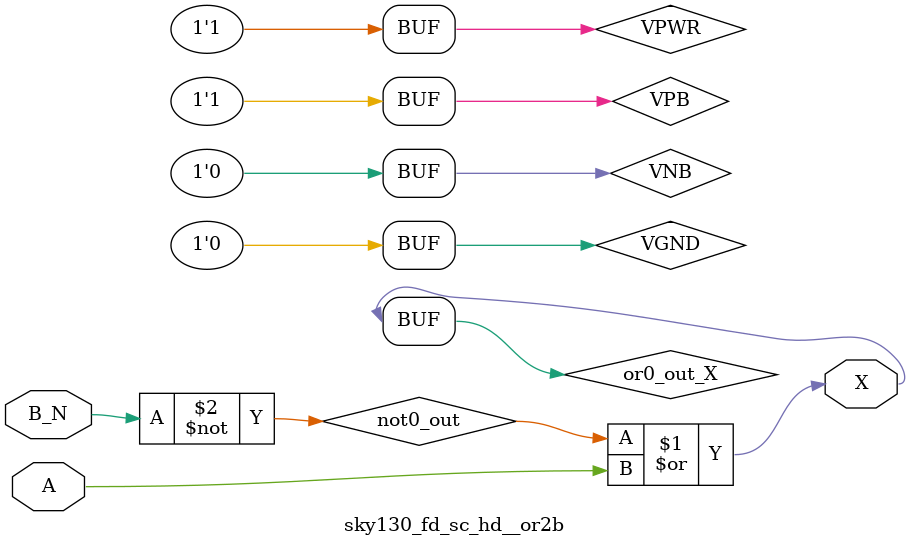
<source format=v>
/*
 * Copyright 2020 The SkyWater PDK Authors
 *
 * Licensed under the Apache License, Version 2.0 (the "License");
 * you may not use this file except in compliance with the License.
 * You may obtain a copy of the License at
 *
 *     https://www.apache.org/licenses/LICENSE-2.0
 *
 * Unless required by applicable law or agreed to in writing, software
 * distributed under the License is distributed on an "AS IS" BASIS,
 * WITHOUT WARRANTIES OR CONDITIONS OF ANY KIND, either express or implied.
 * See the License for the specific language governing permissions and
 * limitations under the License.
 *
 * SPDX-License-Identifier: Apache-2.0
*/


`ifndef SKY130_FD_SC_HD__OR2B_BEHAVIORAL_V
`define SKY130_FD_SC_HD__OR2B_BEHAVIORAL_V

/**
 * or2b: 2-input OR, first input inverted.
 *
 * Verilog simulation functional model.
 */

`timescale 1ns / 1ps
`default_nettype none

`celldefine
module sky130_fd_sc_hd__or2b (
    X  ,
    A  ,
    B_N
);

    // Module ports
    output X  ;
    input  A  ;
    input  B_N;

    // Module supplies
    supply1 VPWR;
    supply0 VGND;
    supply1 VPB ;
    supply0 VNB ;

    // Local signals
    wire not0_out ;
    wire or0_out_X;

    //  Name  Output     Other arguments
    not not0 (not0_out , B_N            );
    or  or0  (or0_out_X, not0_out, A    );
    buf buf0 (X        , or0_out_X      );

endmodule
`endcelldefine

`default_nettype wire
`endif  // SKY130_FD_SC_HD__OR2B_BEHAVIORAL_V
</source>
